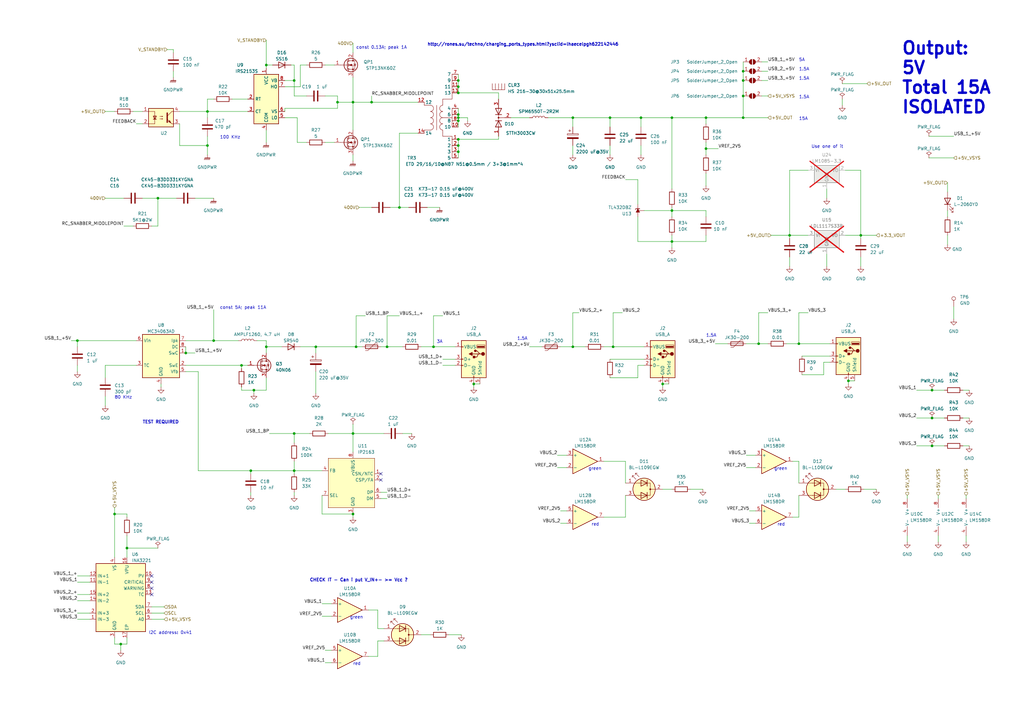
<source format=kicad_sch>
(kicad_sch (version 20230121) (generator eeschema)
  (paper "A3")
  (junction (at 187.96 35.56))
  (junction (at 64.77 81.28))
  (junction (at 144.78 41.91))
  (junction (at 49.53 264.16))
  (junction (at 187.96 59.69))
  (junction (at 158.75 142.24))
  (junction (at 99.06 149.86))
  (junction (at 234.95 48.26))
  (junction (at 304.8 33.02))
  (junction (at 120.65 33.02))
  (junction (at 76.2 144.78))
  (junction (at 85.09 59.69))
  (junction (at 327.66 140.97))
  (junction (at 382.27 160.02))
  (junction (at 120.65 193.04))
  (junction (at 104.14 160.02))
  (junction (at 187.96 62.23))
  (junction (at 187.96 48.26))
  (junction (at 152.4 41.91))
  (junction (at 46.99 210.82))
  (junction (at 194.31 157.48))
  (junction (at 262.89 48.26))
  (junction (at 382.27 171.45))
  (junction (at 353.06 96.52))
  (junction (at 109.22 142.24))
  (junction (at 234.95 142.24))
  (junction (at 275.59 86.36))
  (junction (at 52.07 224.79))
  (junction (at 275.59 48.26))
  (junction (at 304.8 29.21))
  (junction (at 31.75 139.7))
  (junction (at 382.27 182.88))
  (junction (at 102.87 193.04))
  (junction (at 251.46 142.24))
  (junction (at 347.98 156.21))
  (junction (at 323.85 96.52))
  (junction (at 87.63 139.7))
  (junction (at 85.09 45.72))
  (junction (at 187.96 49.53))
  (junction (at 129.54 142.24))
  (junction (at 275.59 99.06))
  (junction (at 289.56 48.26))
  (junction (at 138.43 41.91))
  (junction (at 109.22 26.67))
  (junction (at 289.56 60.96))
  (junction (at 304.8 39.37))
  (junction (at 250.19 48.26))
  (junction (at 304.8 48.26))
  (junction (at 187.96 46.99))
  (junction (at 146.05 142.24))
  (junction (at 271.78 157.48))
  (junction (at 120.65 177.8))
  (junction (at 311.15 140.97))
  (junction (at 163.83 85.09))
  (junction (at 187.96 38.1))
  (junction (at 187.96 57.15))
  (junction (at 144.78 210.82))
  (junction (at 144.78 177.8))
  (junction (at 187.96 33.02))
  (junction (at 177.8 142.24))
  (no_connect (at 62.23 243.84))
  (no_connect (at 156.21 194.31))
  (no_connect (at 62.23 236.22))
  (no_connect (at 156.21 196.85))
  (no_connect (at 62.23 241.3))
  (no_connect (at 62.23 238.76))
  (wire (pts (xy 264.16 86.36) (xy 275.59 86.36)))
  (wire (pts (xy 312.42 39.37) (xy 314.96 39.37)))
  (wire (pts (xy 289.56 88.9) (xy 289.56 86.36)))
  (wire (pts (xy 31.75 139.7) (xy 55.88 139.7)))
  (wire (pts (xy 275.59 86.36) (xy 275.59 88.9)))
  (wire (pts (xy 120.65 33.02) (xy 116.84 33.02)))
  (wire (pts (xy 331.47 128.27) (xy 327.66 128.27)))
  (wire (pts (xy 99.06 151.13) (xy 99.06 149.86)))
  (wire (pts (xy 187.96 48.26) (xy 187.96 49.53)))
  (wire (pts (xy 306.07 191.77) (xy 309.88 191.77)))
  (wire (pts (xy 58.42 45.72) (xy 54.61 45.72)))
  (wire (pts (xy 123.19 26.67) (xy 125.73 26.67)))
  (wire (pts (xy 251.46 142.24) (xy 264.16 142.24)))
  (wire (pts (xy 375.92 171.45) (xy 382.27 171.45)))
  (wire (pts (xy 144.78 177.8) (xy 144.78 185.42)))
  (wire (pts (xy 345.44 40.64) (xy 345.44 43.18)))
  (wire (pts (xy 152.4 39.37) (xy 152.4 41.91)))
  (wire (pts (xy 144.78 17.78) (xy 144.78 21.59)))
  (wire (pts (xy 204.47 38.1) (xy 204.47 40.64)))
  (wire (pts (xy 109.22 16.51) (xy 109.22 26.67)))
  (wire (pts (xy 154.94 262.89) (xy 154.94 269.24)))
  (wire (pts (xy 158.75 129.54) (xy 158.75 142.24)))
  (wire (pts (xy 234.95 142.24) (xy 240.03 142.24)))
  (wire (pts (xy 262.89 48.26) (xy 275.59 48.26)))
  (wire (pts (xy 234.95 48.26) (xy 250.19 48.26)))
  (wire (pts (xy 262.89 59.69) (xy 262.89 63.5)))
  (wire (pts (xy 372.11 203.2) (xy 372.11 204.47)))
  (wire (pts (xy 105.41 139.7) (xy 109.22 139.7)))
  (wire (pts (xy 304.8 25.4) (xy 304.8 29.21)))
  (wire (pts (xy 109.22 154.94) (xy 109.22 160.02)))
  (wire (pts (xy 64.77 92.71) (xy 62.23 92.71)))
  (wire (pts (xy 85.09 45.72) (xy 101.6 45.72)))
  (wire (pts (xy 80.01 81.28) (xy 87.63 81.28)))
  (wire (pts (xy 187.96 59.69) (xy 187.96 62.23)))
  (wire (pts (xy 121.92 58.42) (xy 121.92 48.26)))
  (wire (pts (xy 76.2 139.7) (xy 87.63 139.7)))
  (wire (pts (xy 31.75 236.22) (xy 36.83 236.22)))
  (wire (pts (xy 388.62 96.52) (xy 388.62 100.33)))
  (wire (pts (xy 120.65 193.04) (xy 132.08 193.04)))
  (wire (pts (xy 110.49 177.8) (xy 120.65 177.8)))
  (wire (pts (xy 156.21 142.24) (xy 158.75 142.24)))
  (wire (pts (xy 283.21 200.66) (xy 288.29 200.66)))
  (wire (pts (xy 102.87 201.93) (xy 102.87 203.2)))
  (wire (pts (xy 275.59 99.06) (xy 275.59 101.6)))
  (wire (pts (xy 120.65 177.8) (xy 127 177.8)))
  (wire (pts (xy 187.96 57.15) (xy 204.47 57.15)))
  (wire (pts (xy 381 64.77) (xy 391.16 64.77)))
  (wire (pts (xy 134.62 177.8) (xy 144.78 177.8)))
  (wire (pts (xy 391.16 125.73) (xy 391.16 130.81)))
  (wire (pts (xy 144.78 63.5) (xy 144.78 66.04)))
  (wire (pts (xy 43.18 162.56) (xy 43.18 166.37)))
  (wire (pts (xy 154.94 250.19) (xy 154.94 257.81)))
  (wire (pts (xy 384.81 203.2) (xy 384.81 204.47)))
  (wire (pts (xy 289.56 86.36) (xy 275.59 86.36)))
  (wire (pts (xy 250.19 59.69) (xy 250.19 63.5)))
  (wire (pts (xy 144.78 210.82) (xy 144.78 212.09)))
  (wire (pts (xy 304.8 29.21) (xy 304.8 33.02)))
  (wire (pts (xy 132.08 252.73) (xy 135.89 252.73)))
  (wire (pts (xy 52.07 224.79) (xy 64.77 224.79)))
  (wire (pts (xy 163.83 129.54) (xy 158.75 129.54)))
  (wire (pts (xy 120.65 26.67) (xy 120.65 33.02)))
  (wire (pts (xy 323.85 96.52) (xy 331.47 96.52)))
  (wire (pts (xy 46.99 261.62) (xy 46.99 264.16)))
  (wire (pts (xy 144.78 177.8) (xy 157.48 177.8)))
  (wire (pts (xy 275.59 86.36) (xy 275.59 85.09)))
  (wire (pts (xy 224.79 48.26) (xy 234.95 48.26)))
  (wire (pts (xy 58.42 81.28) (xy 64.77 81.28)))
  (wire (pts (xy 102.87 193.04) (xy 120.65 193.04)))
  (wire (pts (xy 187.96 57.15) (xy 187.96 59.69)))
  (wire (pts (xy 99.06 149.86) (xy 101.6 149.86)))
  (wire (pts (xy 31.75 251.46) (xy 36.83 251.46)))
  (wire (pts (xy 337.82 148.59) (xy 337.82 153.67)))
  (wire (pts (xy 46.99 210.82) (xy 46.99 228.6)))
  (wire (pts (xy 151.13 269.24) (xy 154.94 269.24)))
  (wire (pts (xy 160.02 85.09) (xy 163.83 85.09)))
  (wire (pts (xy 109.22 142.24) (xy 115.57 142.24)))
  (wire (pts (xy 120.65 177.8) (xy 120.65 181.61)))
  (wire (pts (xy 237.49 128.27) (xy 234.95 128.27)))
  (wire (pts (xy 156.21 204.47) (xy 158.75 204.47)))
  (wire (pts (xy 234.95 52.07) (xy 234.95 48.26)))
  (wire (pts (xy 187.96 44.45) (xy 187.96 46.99)))
  (wire (pts (xy 289.56 71.12) (xy 289.56 76.2)))
  (wire (pts (xy 154.94 257.81) (xy 157.48 257.81)))
  (wire (pts (xy 255.27 128.27) (xy 251.46 128.27)))
  (wire (pts (xy 323.85 69.85) (xy 323.85 96.52)))
  (wire (pts (xy 149.86 129.54) (xy 146.05 129.54)))
  (wire (pts (xy 52.07 210.82) (xy 52.07 212.09)))
  (wire (pts (xy 316.23 96.52) (xy 323.85 96.52)))
  (wire (pts (xy 187.96 38.1) (xy 204.47 38.1)))
  (wire (pts (xy 327.66 128.27) (xy 327.66 140.97)))
  (wire (pts (xy 66.04 157.48) (xy 66.04 158.75)))
  (wire (pts (xy 228.6 191.77) (xy 232.41 191.77)))
  (wire (pts (xy 46.99 45.72) (xy 43.18 45.72)))
  (wire (pts (xy 187.96 62.23) (xy 187.96 64.77)))
  (wire (pts (xy 289.56 99.06) (xy 275.59 99.06)))
  (wire (pts (xy 95.25 40.64) (xy 101.6 40.64)))
  (wire (pts (xy 187.96 49.53) (xy 187.96 52.07)))
  (wire (pts (xy 120.65 201.93) (xy 120.65 203.2)))
  (wire (pts (xy 87.63 139.7) (xy 97.79 139.7)))
  (wire (pts (xy 323.85 96.52) (xy 323.85 97.79)))
  (wire (pts (xy 339.09 104.14) (xy 339.09 109.22)))
  (wire (pts (xy 312.42 25.4) (xy 314.96 25.4)))
  (wire (pts (xy 172.72 260.35) (xy 176.53 260.35)))
  (wire (pts (xy 31.75 246.38) (xy 36.83 246.38)))
  (wire (pts (xy 172.72 142.24) (xy 177.8 142.24)))
  (wire (pts (xy 144.78 31.75) (xy 144.78 41.91)))
  (wire (pts (xy 132.08 203.2) (xy 132.08 210.82)))
  (wire (pts (xy 275.59 96.52) (xy 275.59 99.06)))
  (wire (pts (xy 154.94 262.89) (xy 157.48 262.89)))
  (wire (pts (xy 71.12 29.21) (xy 71.12 31.75)))
  (wire (pts (xy 85.09 40.64) (xy 85.09 45.72)))
  (wire (pts (xy 31.75 149.86) (xy 31.75 152.4)))
  (wire (pts (xy 156.21 201.93) (xy 158.75 201.93)))
  (wire (pts (xy 144.78 41.91) (xy 144.78 53.34)))
  (wire (pts (xy 187.96 30.48) (xy 187.96 33.02)))
  (wire (pts (xy 396.24 219.71) (xy 396.24 222.25)))
  (wire (pts (xy 396.24 203.2) (xy 396.24 204.47)))
  (wire (pts (xy 132.08 210.82) (xy 144.78 210.82)))
  (wire (pts (xy 353.06 96.52) (xy 353.06 97.79)))
  (wire (pts (xy 76.2 144.78) (xy 80.01 144.78)))
  (wire (pts (xy 250.19 52.07) (xy 250.19 48.26)))
  (wire (pts (xy 327.66 212.09) (xy 327.66 203.2)))
  (wire (pts (xy 71.12 20.32) (xy 71.12 21.59)))
  (wire (pts (xy 73.66 50.8) (xy 73.66 59.69)))
  (wire (pts (xy 177.8 129.54) (xy 177.8 142.24)))
  (wire (pts (xy 345.44 34.29) (xy 355.6 34.29)))
  (wire (pts (xy 353.06 96.52) (xy 359.41 96.52)))
  (wire (pts (xy 394.97 171.45) (xy 397.51 171.45)))
  (wire (pts (xy 81.28 193.04) (xy 102.87 193.04)))
  (wire (pts (xy 50.8 92.71) (xy 54.61 92.71)))
  (wire (pts (xy 144.78 173.99) (xy 144.78 177.8)))
  (wire (pts (xy 31.75 243.84) (xy 36.83 243.84)))
  (wire (pts (xy 31.75 238.76) (xy 36.83 238.76)))
  (wire (pts (xy 384.81 219.71) (xy 384.81 222.25)))
  (wire (pts (xy 234.95 142.24) (xy 234.95 128.27)))
  (wire (pts (xy 314.96 128.27) (xy 311.15 128.27)))
  (wire (pts (xy 306.07 186.69) (xy 309.88 186.69)))
  (wire (pts (xy 133.35 266.7) (xy 135.89 266.7)))
  (wire (pts (xy 109.22 26.67) (xy 109.22 27.94)))
  (wire (pts (xy 382.27 160.02) (xy 387.35 160.02)))
  (wire (pts (xy 322.58 140.97) (xy 327.66 140.97)))
  (wire (pts (xy 181.61 129.54) (xy 177.8 129.54)))
  (wire (pts (xy 250.19 147.32) (xy 264.16 147.32)))
  (wire (pts (xy 147.32 85.09) (xy 152.4 85.09)))
  (wire (pts (xy 251.46 128.27) (xy 251.46 142.24)))
  (wire (pts (xy 331.47 69.85) (xy 323.85 69.85)))
  (wire (pts (xy 29.21 139.7) (xy 31.75 139.7)))
  (wire (pts (xy 346.71 69.85) (xy 353.06 69.85)))
  (wire (pts (xy 62.23 251.46) (xy 67.31 251.46)))
  (wire (pts (xy 353.06 69.85) (xy 353.06 96.52)))
  (wire (pts (xy 327.66 140.97) (xy 340.36 140.97)))
  (wire (pts (xy 256.54 189.23) (xy 256.54 198.12)))
  (wire (pts (xy 58.42 50.8) (xy 55.88 50.8)))
  (wire (pts (xy 261.62 154.94) (xy 250.19 154.94)))
  (wire (pts (xy 304.8 48.26) (xy 314.96 48.26)))
  (wire (pts (xy 64.77 81.28) (xy 64.77 92.71)))
  (wire (pts (xy 256.54 73.66) (xy 261.62 73.66)))
  (wire (pts (xy 375.92 160.02) (xy 382.27 160.02)))
  (wire (pts (xy 229.87 142.24) (xy 234.95 142.24)))
  (wire (pts (xy 144.78 41.91) (xy 152.4 41.91)))
  (wire (pts (xy 325.12 212.09) (xy 327.66 212.09)))
  (wire (pts (xy 133.35 271.78) (xy 135.89 271.78)))
  (wire (pts (xy 311.15 128.27) (xy 311.15 140.97)))
  (wire (pts (xy 175.26 85.09) (xy 180.34 85.09)))
  (wire (pts (xy 181.61 149.86) (xy 186.69 149.86)))
  (wire (pts (xy 120.65 193.04) (xy 120.65 194.31)))
  (wire (pts (xy 347.98 156.21) (xy 350.52 156.21)))
  (wire (pts (xy 194.31 157.48) (xy 196.85 157.48)))
  (wire (pts (xy 394.97 160.02) (xy 397.51 160.02)))
  (wire (pts (xy 247.65 189.23) (xy 256.54 189.23)))
  (wire (pts (xy 307.34 209.55) (xy 309.88 209.55)))
  (wire (pts (xy 85.09 55.88) (xy 85.09 59.69)))
  (wire (pts (xy 275.59 48.26) (xy 289.56 48.26)))
  (wire (pts (xy 271.78 157.48) (xy 271.78 158.75)))
  (wire (pts (xy 76.2 142.24) (xy 76.2 144.78)))
  (wire (pts (xy 229.87 209.55) (xy 232.41 209.55)))
  (wire (pts (xy 121.92 48.26) (xy 116.84 48.26)))
  (wire (pts (xy 31.75 254) (xy 36.83 254)))
  (wire (pts (xy 31.75 139.7) (xy 31.75 142.24)))
  (wire (pts (xy 52.07 219.71) (xy 52.07 224.79)))
  (wire (pts (xy 99.06 160.02) (xy 104.14 160.02)))
  (wire (pts (xy 312.42 33.02) (xy 314.96 33.02)))
  (wire (pts (xy 73.66 59.69) (xy 85.09 59.69)))
  (wire (pts (xy 133.35 39.37) (xy 138.43 39.37)))
  (wire (pts (xy 171.45 54.61) (xy 163.83 54.61)))
  (wire (pts (xy 209.55 48.26) (xy 217.17 48.26)))
  (wire (pts (xy 133.35 58.42) (xy 137.16 58.42)))
  (wire (pts (xy 165.1 177.8) (xy 168.91 177.8)))
  (wire (pts (xy 62.23 248.92) (xy 67.31 248.92)))
  (wire (pts (xy 64.77 81.28) (xy 72.39 81.28)))
  (wire (pts (xy 194.31 157.48) (xy 194.31 158.75)))
  (wire (pts (xy 275.59 48.26) (xy 275.59 77.47)))
  (wire (pts (xy 104.14 160.02) (xy 109.22 160.02)))
  (wire (pts (xy 68.58 20.32) (xy 71.12 20.32)))
  (wire (pts (xy 73.66 45.72) (xy 85.09 45.72)))
  (wire (pts (xy 234.95 59.69) (xy 234.95 63.5)))
  (wire (pts (xy 328.93 146.05) (xy 340.36 146.05)))
  (wire (pts (xy 388.62 86.36) (xy 388.62 88.9)))
  (wire (pts (xy 337.82 153.67) (xy 328.93 153.67)))
  (wire (pts (xy 104.14 160.02) (xy 104.14 161.29)))
  (wire (pts (xy 394.97 182.88) (xy 397.51 182.88)))
  (wire (pts (xy 262.89 52.07) (xy 262.89 48.26)))
  (wire (pts (xy 381 55.88) (xy 391.16 55.88)))
  (wire (pts (xy 87.63 40.64) (xy 85.09 40.64)))
  (wire (pts (xy 271.78 200.66) (xy 275.59 200.66)))
  (wire (pts (xy 120.65 189.23) (xy 120.65 193.04)))
  (wire (pts (xy 228.6 186.69) (xy 232.41 186.69)))
  (wire (pts (xy 304.8 39.37) (xy 304.8 48.26)))
  (wire (pts (xy 138.43 41.91) (xy 138.43 44.45)))
  (wire (pts (xy 46.99 208.28) (xy 46.99 210.82)))
  (wire (pts (xy 177.8 142.24) (xy 186.69 142.24)))
  (wire (pts (xy 43.18 149.86) (xy 55.88 149.86)))
  (wire (pts (xy 138.43 39.37) (xy 138.43 41.91)))
  (wire (pts (xy 181.61 147.32) (xy 186.69 147.32)))
  (wire (pts (xy 307.34 214.63) (xy 309.88 214.63)))
  (wire (pts (xy 247.65 212.09) (xy 256.54 212.09)))
  (wire (pts (xy 163.83 85.09) (xy 167.64 85.09)))
  (wire (pts (xy 109.22 53.34) (xy 109.22 58.42)))
  (wire (pts (xy 62.23 254) (xy 67.31 254)))
  (wire (pts (xy 261.62 149.86) (xy 261.62 154.94)))
  (wire (pts (xy 339.09 77.47) (xy 339.09 81.28)))
  (wire (pts (xy 125.73 39.37) (xy 120.65 39.37)))
  (wire (pts (xy 289.56 48.26) (xy 289.56 50.8)))
  (wire (pts (xy 120.65 39.37) (xy 120.65 33.02)))
  (wire (pts (xy 261.62 73.66) (xy 261.62 83.82)))
  (wire (pts (xy 109.22 142.24) (xy 109.22 144.78)))
  (wire (pts (xy 184.15 260.35) (xy 189.23 260.35)))
  (wire (pts (xy 372.11 219.71) (xy 372.11 222.25)))
  (wire (pts (xy 146.05 142.24) (xy 148.59 142.24)))
  (wire (pts (xy 256.54 212.09) (xy 256.54 203.2)))
  (wire (pts (xy 261.62 99.06) (xy 275.59 99.06)))
  (wire (pts (xy 109.22 26.67) (xy 111.76 26.67)))
  (wire (pts (xy 109.22 139.7) (xy 109.22 142.24)))
  (wire (pts (xy 347.98 156.21) (xy 347.98 157.48)))
  (wire (pts (xy 289.56 60.96) (xy 289.56 63.5)))
  (wire (pts (xy 306.07 140.97) (xy 311.15 140.97)))
  (wire (pts (xy 152.4 41.91) (xy 171.45 41.91)))
  (wire (pts (xy 354.33 200.66) (xy 359.41 200.66)))
  (wire (pts (xy 132.08 247.65) (xy 135.89 247.65)))
  (wire (pts (xy 146.05 129.54) (xy 146.05 142.24)))
  (wire (pts (xy 85.09 48.26) (xy 85.09 45.72)))
  (wire (pts (xy 187.96 35.56) (xy 187.96 38.1)))
  (wire (pts (xy 261.62 99.06) (xy 261.62 88.9)))
  (wire (pts (xy 151.13 250.19) (xy 154.94 250.19)))
  (wire (pts (xy 289.56 48.26) (xy 304.8 48.26)))
  (wire (pts (xy 289.56 60.96) (xy 294.64 60.96)))
  (wire (pts (xy 129.54 142.24) (xy 146.05 142.24)))
  (wire (pts (xy 163.83 54.61) (xy 163.83 85.09)))
  (wire (pts (xy 388.62 74.93) (xy 388.62 78.74)))
  (wire (pts (xy 204.47 57.15) (xy 204.47 55.88)))
  (wire (pts (xy 187.96 46.99) (xy 187.96 48.26)))
  (wire (pts (xy 382.27 171.45) (xy 387.35 171.45)))
  (wire (pts (xy 43.18 154.94) (xy 43.18 149.86)))
  (wire (pts (xy 353.06 105.41) (xy 353.06 109.22)))
  (wire (pts (xy 133.35 26.67) (xy 137.16 26.67)))
  (wire (pts (xy 138.43 41.91) (xy 144.78 41.91)))
  (wire (pts (xy 49.53 264.16) (xy 52.07 264.16)))
  (wire (pts (xy 312.42 29.21) (xy 314.96 29.21)))
  (wire (pts (xy 229.87 214.63) (xy 232.41 214.63)))
  (wire (pts (xy 323.85 105.41) (xy 323.85 109.22)))
  (wire (pts (xy 311.15 140.97) (xy 314.96 140.97)))
  (wire (pts (xy 76.2 149.86) (xy 99.06 149.86)))
  (wire (pts (xy 187.96 48.26) (xy 191.77 48.26)))
  (wire (pts (xy 247.65 142.24) (xy 251.46 142.24)))
  (wire (pts (xy 346.71 96.52) (xy 353.06 96.52)))
  (wire (pts (xy 49.53 266.7) (xy 49.53 264.16)))
  (wire (pts (xy 289.56 96.52) (xy 289.56 99.06)))
  (wire (pts (xy 123.19 26.67) (xy 123.19 35.56)))
  (wire (pts (xy 375.92 182.88) (xy 382.27 182.88)))
  (wire (pts (xy 43.18 81.28) (xy 50.8 81.28)))
  (wire (pts (xy 382.27 182.88) (xy 387.35 182.88)))
  (wire (pts (xy 129.54 152.4) (xy 129.54 161.29)))
  (wire (pts (xy 85.09 59.69) (xy 85.09 63.5)))
  (wire (pts (xy 337.82 148.59) (xy 340.36 148.59)))
  (wire (pts (xy 271.78 157.48) (xy 274.32 157.48)))
  (wire (pts (xy 250.19 48.26) (xy 262.89 48.26)))
  (wire (pts (xy 119.38 26.67) (xy 120.65 26.67)))
  (wire (pts (xy 52.07 224.79) (xy 52.07 228.6)))
  (wire (pts (xy 261.62 149.86) (xy 264.16 149.86)))
  (wire (pts (xy 217.17 142.24) (xy 222.25 142.24)))
  (wire (pts (xy 116.84 45.72) (xy 116.84 44.45)))
  (wire (pts (xy 116.84 44.45) (xy 138.43 44.45)))
  (wire (pts (xy 81.28 152.4) (xy 76.2 152.4)))
  (wire (pts (xy 304.8 33.02) (xy 304.8 39.37)))
  (wire (pts (xy 129.54 142.24) (xy 129.54 144.78)))
  (wire (pts (xy 123.19 35.56) (xy 116.84 35.56)))
  (wire (pts (xy 289.56 58.42) (xy 289.56 60.96)))
  (wire (pts (xy 187.96 33.02) (xy 187.96 35.56)))
  (wire (pts (xy 327.66 189.23) (xy 327.66 198.12)))
  (wire (pts (xy 158.75 142.24) (xy 165.1 142.24)))
  (wire (pts (xy 293.37 140.97) (xy 298.45 140.97)))
  (wire (pts (xy 102.87 193.04) (xy 102.87 194.31)))
  (wire (pts (xy 46.99 264.16) (xy 49.53 264.16)))
  (wire (pts (xy 325.12 189.23) (xy 327.66 189.23)))
  (wire (pts (xy 99.06 158.75) (xy 99.06 160.02)))
  (wire (pts (xy 52.07 264.16) (xy 52.07 261.62)))
  (wire (pts (xy 81.28 152.4) (xy 81.28 193.04)))
  (wire (pts (xy 191.77 49.53) (xy 191.77 48.26)))
  (wire (pts (xy 46.99 210.82) (xy 52.07 210.82)))
  (wire (pts (xy 123.19 142.24) (xy 129.54 142.24)))
  (wire (pts (xy 342.9 200.66) (xy 346.71 200.66)))
  (wire (pts (xy 87.63 127) (xy 87.63 139.7)))
  (wire (pts (xy 121.92 58.42) (xy 125.73 58.42)))
  (text "http://rones.su/techno/charging_ports_types.html?ysclid=lhaecelpgh622142446" (at 175.26 19.05 0) (effects (font (size 1.27 1.27) bold) (justify left bottom)))
  (text "I2C address: 0x41" (at 60.96 260.35 0) (effects (font (size 1.27 1.27)) (justify left bottom)))
  (text "red" (at 144.78 273.05 0) (effects (font (size 1.27 1.27)) (justify left bottom)))
  (text "TEST REQUIRED\n" (at 58.42 173.99 0) (effects (font (size 1.27 1.27) bold) (justify left bottom)))
  (text "green" (at 241.3 193.04 0) (effects (font (size 1.27 1.27)) (justify left bottom)))
  (text "red" (at 242.57 215.9 0) (effects (font (size 1.27 1.27)) (justify left bottom)))
  (text "Output:\n5V\nTotal 15A\nISOLATED\n" (at 369.57 46.99 0) (effects (font (size 5 5) bold) (justify left bottom)))
  (text "80 KHz" (at 46.99 163.83 0) (effects (font (size 1.27 1.27)) (justify left bottom)))
  (text "1.5A" (at 289.56 138.43 0) (effects (font (size 1.27 1.27)) (justify left bottom)))
  (text "Use one of it" (at 332.74 60.96 0) (effects (font (size 1.27 1.27)) (justify left bottom)))
  (text "CHECK IT - Can i put V_IN+- >= Vcc ?" (at 127 238.76 0) (effects (font (size 1.27 1.27) (thickness 0.254) bold) (justify left bottom)))
  (text "red" (at 318.77 215.9 0) (effects (font (size 1.27 1.27)) (justify left bottom)))
  (text "green" (at 317.5 193.04 0) (effects (font (size 1.27 1.27)) (justify left bottom)))
  (text "green" (at 143.51 254 0) (effects (font (size 1.27 1.27)) (justify left bottom)))
  (text "1.5A" (at 212.09 139.7 0) (effects (font (size 1.27 1.27)) (justify left bottom)))
  (text "100 KHz" (at 90.17 57.15 0) (effects (font (size 1.27 1.27)) (justify left bottom)))
  (text "3A" (at 179.07 140.97 0) (effects (font (size 1.27 1.27)) (justify left bottom)))
  (text "15A" (at 327.66 49.53 0) (effects (font (size 1.27 1.27)) (justify left bottom)))
  (text "1.5A" (at 327.66 29.21 0) (effects (font (size 1.27 1.27)) (justify left bottom)))
  (text "1.5A" (at 327.66 40.64 0) (effects (font (size 1.27 1.27)) (justify left bottom)))
  (text "const 5A; peak 11A" (at 90.17 127 0) (effects (font (size 1.27 1.27)) (justify left bottom)))
  (text "5A" (at 327.66 25.4 0) (effects (font (size 1.27 1.27)) (justify left bottom)))
  (text "const 0.13A; peak 1A" (at 146.05 20.32 0) (effects (font (size 1.27 1.27)) (justify left bottom)))
  (text "1.5A" (at 327.66 33.02 0) (effects (font (size 1.27 1.27)) (justify left bottom)))
  (label "USB_1_D-" (at 158.75 204.47 0))
  (label "RC_SNABBER_MIDDLEPOINT" (at 152.4 39.37 0))
  (label "VREF_2V5" (at 229.87 209.55 180))
  (label "VREF_2V5" (at 228.6 191.77 180))
  (label "USB_3_+5V" (at 314.96 33.02 0))
  (label "VBUS_1_+" (at 31.75 236.22 180))
  (label "VBUS_2" (at 228.6 186.69 180))
  (label "VREF_2V5" (at 306.07 191.77 180))
  (label "USB_2_+5V" (at 314.96 29.21 0))
  (label "USB_3_+5V" (at 293.37 140.97 180))
  (label "VBUS_3" (at 375.92 182.88 180))
  (label "VBUS_3_+" (at 314.96 128.27 0))
  (label "VBUS_1" (at 181.61 129.54 0))
  (label "VBUS_2" (at 255.27 128.27 0))
  (label "VBUS_1" (at 31.75 238.76 180))
  (label "USB_1_D+" (at 158.75 201.93 0))
  (label "VBUS_3_+" (at 31.75 251.46 180))
  (label "USB_1_BP" (at 110.49 177.8 180))
  (label "VBUS_3" (at 31.75 254 180))
  (label "VBUS_1_+" (at 163.83 129.54 0))
  (label "USB_1_BP" (at 149.86 129.54 0))
  (label "VBUS_3" (at 306.07 186.69 180))
  (label "VBUS_3" (at 307.34 214.63 180))
  (label "VREF_2V5" (at 294.64 60.96 0))
  (label "FEEDBACK" (at 256.54 73.66 180))
  (label "VBUS_1" (at 375.92 160.02 180))
  (label "VBUS_1" (at 132.08 247.65 180))
  (label "VREF_2V5" (at 133.35 266.7 180))
  (label "VBUS_3" (at 331.47 128.27 0))
  (label "USB_1_D+" (at 181.61 147.32 180))
  (label "USB_1_+5V" (at 87.63 127 180))
  (label "VBUS_2" (at 31.75 246.38 180))
  (label "FEEDBACK" (at 55.88 50.8 180))
  (label "VBUS_2_+" (at 237.49 128.27 0))
  (label "VBUS_2" (at 375.92 171.45 180))
  (label "VBUS_2" (at 229.87 214.63 180))
  (label "USB_1_+5V" (at 314.96 25.4 0))
  (label "VREF_2V5" (at 307.34 209.55 180))
  (label "VBUS_2_+" (at 31.75 243.84 180))
  (label "USB_1_+5V" (at 29.21 139.7 180))
  (label "USB_2_+5V" (at 217.17 142.24 180))
  (label "VBUS_1" (at 133.35 271.78 180))
  (label "RC_SNABBER_MIDDLEPOINT" (at 50.8 92.71 180))
  (label "USB_1_D-" (at 181.61 149.86 180))
  (label "USB_1_+5V" (at 391.16 55.88 0))
  (label "VREF_2V5" (at 132.08 252.73 180))
  (label "USB_1_+5V" (at 80.01 144.78 0))
  (hierarchical_label "+5V_OUT" (shape input) (at 43.18 45.72 180))
  (hierarchical_label "SCL" (shape input) (at 67.31 251.46 0))
  (hierarchical_label "+5V_OUT" (shape input) (at 316.23 96.52 180))
  (hierarchical_label "+5V_VSYS" (shape input) (at 396.24 203.2 90))
  (hierarchical_label "+5V_VSYS" (shape input) (at 391.16 64.77 0))
  (hierarchical_label "SDA" (shape input) (at 67.31 248.92 0))
  (hierarchical_label "+5V_VSYS" (shape input) (at 384.81 203.2 90))
  (hierarchical_label "V_STANDBY" (shape input) (at 109.22 16.51 180))
  (hierarchical_label "+5V_VSYS" (shape input) (at 46.99 208.28 90))
  (hierarchical_label "+5V_OUT" (shape input) (at 355.6 34.29 0))
  (hierarchical_label "400V" (shape input) (at 43.18 81.28 180))
  (hierarchical_label "+5V_OUT" (shape input) (at 314.96 48.26 0))
  (hierarchical_label "+5V_VSYS" (shape input) (at 372.11 203.2 90))
  (hierarchical_label "V_STANDBY" (shape input) (at 68.58 20.32 180))
  (hierarchical_label "400V" (shape input) (at 147.32 85.09 180))
  (hierarchical_label "400V" (shape input) (at 144.78 17.78 180))
  (hierarchical_label "+5V_VSYS" (shape input) (at 67.31 254 0))
  (hierarchical_label "+5V_OUT" (shape input) (at 388.62 74.93 180))
  (hierarchical_label "+5V_VSYS" (shape input) (at 314.96 39.37 0))
  (hierarchical_label "+3.3_VOUT" (shape input) (at 359.41 96.52 0))
  (symbol (lib_id "Driver_FET:IR2153") (at 109.22 40.64 0) (unit 1)
    (property "Reference" "U9" (at 97.1041 26.67 0) (effects (justify left)))
    (property "Value" "IRS2153S" (at 96.52 29.21 0) (effects (justify left)))
    (property "Footprint" "Package_SO:SOP-8_3.76x4.96mm_P1.27mm" (effects hide))
    (property "Datasheet" "https://www.infineon.com/dgdl/ir2153.pdf?fileId=5546d462533600a4015355c8c5fc16af" (effects hide))
  )
  (symbol (lib_id "Device:R") (at 289.56 54.61 0) (unit 1)
    (property "Reference" "R36" (at 292.1 53.975 0) (effects (justify left)))
    (property "Value" "10K" (at 292.1 56.515 0) (effects (justify left)))
    (property "Footprint" "Resistor_SMD:R_0805_2012Metric" (effects hide))
  )
  (symbol (lib_id "Jumper:SolderJumper_2_Open") (at 308.61 33.02 0) (unit 1)
    (property "Reference" "JP5" (at 276.86 33.02 0))
    (property "Value" "SolderJumper_2_Open" (at 292.1 33.02 0))
    (property "Footprint" "Jumper:SolderJumper-2_P1.3mm_Open_TrianglePad1.0x1.5mm" (effects hide))
  )
  (symbol (lib_id "Reference_Voltage:TL432DBZ") (at 261.62 86.36 270) (mirror x) (unit 1)
    (property "Reference" "U13" (at 259.08 87.63 90) (effects (justify right)))
    (property "Value" "TL432DBZ" (at 259.08 85.09 90) (effects (justify right)))
    (property "Footprint" "Package_TO_SOT_SMD:SOT-23-3" (effects hide))
    (property "Datasheet" "http://www.ti.com/lit/ds/symlink/tl431.pdf" (effects hide))
    (instances (project "supply" (path "" (reference "U13") (unit 1)) (path "" (reference "U5") (unit 1))))
  )
  (symbol (lib_id "Device:Q_NMOS_GDS") (at 142.24 58.42 0) (unit 1)
    (property "Reference" "QP1" (at 149.86 57.15 0))
    (property "Value" "STP13NK60Z" (at 154.94 59.69 0))
    (property "Footprint" "Package_TO_SOT_THT:TO-220-3_Vertical" (effects hide))
    (property "Datasheet" "https://static.chipdip.ru/lib/905/DOC012905018.pdf" (effects hide))
    (instances (project "supply" (path "" (reference "QP1") (unit 1)) (path "" (reference "Q2") (unit 1)) (path "" (reference "Q5") (unit 1))))
  )
  (symbol (lib_id "Device:C") (at 76.2 81.28 90) (unit 1)
    (property "Reference" "C16" (at 46.99 76.2 90))
    (property "Value" "CK45-B3DD331KYGNA" (at 68.58 76.2 90))
    (property "Footprint" "Capacitor_THT:C_Disc_D7.5mm_W5.0mm_P5.00mm" (effects hide))
  )
  (symbol (lib_id "power:GND") (at 323.85 109.22 0) (unit 1)
    (property "Reference" "#PWR028" (effects hide))
    (property "Value" "GND" (at 323.85 114.3 0))
  )
  (symbol (lib_id "Connector:USB_A") (at 271.78 147.32 0) (mirror y) (unit 1)
    (property "Reference" "J2" (at 271.78 134.62 0))
    (property "Value" "USB_A" (at 271.78 137.16 0))
    (property "Footprint" "Library:USB_A" (effects hide))
    (property "Datasheet" " ~" (effects hide))
    (instances (project "xray" (path "" (reference "J2") (unit 1))) (project "supply" (path "" (reference "J7") (unit 1))))
  )
  (symbol (lib_id "Regulator_Linear:AMS1117-3.3") (at 339.09 96.52 0) (unit 1) (in_bom no) (dnp yes)
    (property "Reference" "U15" (at 339.09 90.17 0))
    (property "Value" "LDL1117S33R" (at 339.09 92.71 0))
    (property "Footprint" "Package_TO_SOT_SMD:SOT-223-3_TabPin2" (effects hide))
    (property "Datasheet" "http://www.advanced-monolithic.com/pdf/ds1117.pdf" (effects hide))
  )
  (symbol (lib_id "Device:C") (at 323.85 101.6 180) (unit 1)
    (property "Reference" "C28" (at 327.66 100.965 0) (effects (justify right)))
    (property "Value" "22 uF" (at 327.66 103.505 0) (effects (justify right)))
    (property "Footprint" "Capacitor_SMD:C_1210_3225Metric" (effects hide))
  )
  (symbol (lib_id "Device:R") (at 318.77 140.97 270) (unit 1)
    (property "Reference" "R38" (at 318.77 135.89 90))
    (property "Value" "0.01" (at 318.77 138.43 90))
    (property "Footprint" "Resistor_SMD:R_1206_3216Metric" (effects hide))
  )
  (symbol (lib_id "Device:D") (at 119.38 142.24 180) (unit 1)
    (property "Reference" "D8" (at 119.38 137.16 0))
    (property "Value" "SR540" (at 119.38 139.7 0))
    (property "Footprint" "Diode_THT:D_DO-201AD_P3.81mm_Vertical_AnodeUp" (effects hide))
    (property "Sim.Device" "D" (effects hide))
    (property "Sim.Pins" "1=K 2=A" (effects hide))
  )
  (symbol (lib_id "power:GND") (at 102.87 203.2 0) (unit 1)
    (property "Reference" "#PWR09" (effects hide))
    (property "Value" "GND" (at 102.87 208.28 0))
  )
  (symbol (lib_id "power:GND") (at 397.51 160.02 0) (unit 1)
    (property "Reference" "#PWR039" (effects hide))
    (property "Value" "GND" (at 397.51 165.1 0))
  )
  (symbol (lib_id "Device:C") (at 85.09 52.07 0) (unit 1)
    (property "Reference" "C17" (at 90.17 49.53 0))
    (property "Value" "470 pF" (at 91.44 52.07 0))
    (property "Footprint" "Capacitor_SMD:C_0603_1608Metric" (effects hide))
  )
  (symbol (lib_id "Device:R") (at 289.56 67.31 0) (unit 1)
    (property "Reference" "R37" (at 292.1 66.675 0) (effects (justify left)))
    (property "Value" "10K" (at 292.1 69.215 0) (effects (justify left)))
    (property "Footprint" "Resistor_SMD:R_0805_2012Metric" (effects hide))
  )
  (symbol (lib_id "Device:R") (at 129.54 58.42 90) (unit 1)
    (property "Reference" "R27" (at 129.54 53.34 90))
    (property "Value" "5" (at 129.54 55.88 90))
    (property "Footprint" "Resistor_SMD:R_0805_2012Metric" (effects hide))
  )
  (symbol (lib_id "Jumper:SolderJumper_2_Open") (at 308.61 29.21 0) (unit 1)
    (property "Reference" "JP4" (at 276.86 29.21 0))
    (property "Value" "SolderJumper_2_Open" (at 292.1 29.21 0))
    (property "Footprint" "Jumper:SolderJumper-2_P1.3mm_Open_TrianglePad1.0x1.5mm" (effects hide))
  )
  (symbol (lib_id "Power_Management:INA3221") (at 49.53 246.38 0) (unit 1)
    (property "Reference" "U6" (at 54.0259 227.33 0) (effects (justify left)))
    (property "Value" "INA3221" (at 54.0259 229.87 0) (effects (justify left)))
    (property "Footprint" "Package_DFN_QFN:Texas_RGV_S-PVQFN-N16_EP2.1x2.1mm" (effects hide))
    (property "Datasheet" "http://www.ti.com/lit/ds/symlink/ina3221.pdf" (effects hide))
  )
  (symbol (lib_id "power:GNDPWR") (at 144.78 66.04 0) (unit 1)
    (property "Reference" "#PWR02" (effects hide))
    (property "Value" "GNDPWR" (at 144.653 71.12 0))
    (instances (project "supply" (path "" (reference "#PWR02") (unit 1)) (path "" (reference "#PWR04") (unit 1)) (path "" (reference "#PWR014") (unit 1)) (path "" (reference "#PWR014") (unit 1))))
  )
  (symbol (lib_id "Device:R") (at 58.42 92.71 90) (unit 1)
    (property "Reference" "R21" (at 58.42 87.63 90))
    (property "Value" "5K1@2W" (at 58.42 90.17 90))
    (property "Footprint" "Resistor_THT:R_Axial_DIN0617_L17.0mm_D6.0mm_P5.08mm_Vertical" (effects hide))
  )
  (symbol (lib_id "power:GND") (at 194.31 158.75 0) (unit 1)
    (property "Reference" "#PWR020" (effects hide))
    (property "Value" "GND" (at 194.31 163.83 0))
  )
  (symbol (lib_id "power:GND") (at 262.89 63.5 0) (unit 1)
    (property "Reference" "#PWR023" (effects hide))
    (property "Value" "GND" (at 262.89 68.58 0))
  )
  (symbol (lib_id "Device:Q_NMOS_GDS") (at 106.68 149.86 0) (unit 1)
    (property "Reference" "Q3" (at 113.03 149.225 0) (effects (justify left)))
    (property "Value" "40N06" (at 113.03 151.765 0) (effects (justify left)))
    (property "Footprint" "Package_TO_SOT_SMD:TO-252-2" (effects hide))
    (property "Datasheet" "https://static.chipdip.ru/lib/039/DOC013039442.pdf" (effects hide))
  )
  (symbol (lib_id "Device:R") (at 168.91 142.24 270) (unit 1)
    (property "Reference" "R29" (at 168.91 137.16 90))
    (property "Value" "0.01" (at 168.91 139.7 90))
    (property "Footprint" "Resistor_SMD:R_1206_3216Metric" (effects hide))
  )
  (symbol (lib_id "Isolator:EL817") (at 66.04 48.26 0) (unit 1)
    (property "Reference" "U2" (at 68.58 54.61 0) (effects (justify right)))
    (property "Value" "EL817" (effects hide))
    (property "Footprint" "Package_DIP:DIP-4_W7.62mm" (effects hide))
    (property "Datasheet" "http://www.everlight.com/file/ProductFile/EL817.pdf" (effects hide))
    (instances (project "supply" (path "" (reference "U2") (unit 1)) (path "" (reference "U7") (unit 1))))
  )
  (symbol (lib_id "power:GND") (at 271.78 158.75 0) (unit 1)
    (property "Reference" "#PWR024" (effects hide))
    (property "Value" "GND" (at 271.78 163.83 0))
  )
  (symbol (lib_id "Device:Q_NMOS_GDS") (at 142.24 26.67 0) (unit 1)
    (property "Reference" "QP1" (at 151.13 25.4 0))
    (property "Value" "STP13NK60Z" (at 156.21 27.94 0))
    (property "Footprint" "Package_TO_SOT_THT:TO-220-3_Vertical" (effects hide))
    (property "Datasheet" "https://static.chipdip.ru/lib/905/DOC012905018.pdf" (effects hide))
    (instances (project "supply" (path "" (reference "QP1") (unit 1)) (path "" (reference "Q2") (unit 1)) (path "" (reference "Q4") (unit 1))))
  )
  (symbol (lib_id "Device:R") (at 391.16 182.88 90) (unit 1)
    (property "Reference" "R44" (at 391.16 176.53 90))
    (property "Value" "10K" (at 391.16 179.07 90))
    (property "Footprint" "Resistor_SMD:R_0805_2012Metric" (effects hide))
  )
  (symbol (lib_id "Device:Polyfuse") (at 152.4 142.24 90) (unit 1)
    (property "Reference" "F2" (at 152.4 137.16 90))
    (property "Value" "JK30-300" (at 152.4 139.7 90))
    (property "Footprint" "Capacitor_THT:C_Disc_D11.0mm_W5.0mm_P5.00mm" (effects hide))
  )
  (symbol (lib_id "Device:R") (at 391.16 160.02 90) (unit 1)
    (property "Reference" "R42" (at 391.16 153.67 90))
    (property "Value" "10K" (at 391.16 156.21 90))
    (property "Footprint" "Resistor_SMD:R_0805_2012Metric" (effects hide))
  )
  (symbol (lib_id "power:GND") (at 189.23 260.35 0) (unit 1)
    (property "Reference" "#PWR018" (effects hide))
    (property "Value" "GND" (at 189.23 265.43 0))
  )
  (symbol (lib_id "Connector:USB_A") (at 347.98 146.05 0) (mirror y) (unit 1)
    (property "Reference" "J2" (at 347.98 133.35 0))
    (property "Value" "USB_A" (at 347.98 135.89 0))
    (property "Footprint" "Library:USB_A" (effects hide))
    (property "Datasheet" " ~" (effects hide))
    (instances (project "xray" (path "" (reference "J2") (unit 1))) (project "supply" (path "" (reference "J8") (unit 1))))
  )
  (symbol (lib_id "power:GND") (at 372.11 222.25 0) (unit 1)
    (property "Reference" "#PWR034" (effects hide))
    (property "Value" "GND" (at 372.11 227.33 0))
  )
  (symbol (lib_id "Regulator_Switching:MC34063AD") (at 66.04 144.78 0) (unit 1)
    (property "Reference" "U8" (at 66.04 133.35 0))
    (property "Value" "MC34063AD" (at 66.04 135.89 0))
    (property "Footprint" "Package_SO:SOP-8_3.9x4.9mm_P1.27mm" (effects hide))
    (property "Datasheet" "http://www.onsemi.com/pub_link/Collateral/MC34063A-D.PDF" (effects hide))
  )
  (symbol (lib_id "Device:C") (at 171.45 85.09 270) (unit 1)
    (property "Reference" "C23" (at 167.64 80.01 90))
    (property "Value" "К73-17 0.15 uF@400V" (at 182.88 80.01 90))
    (property "Footprint" "Capacitor_THT:C_Rect_L16.5mm_W7.3mm_P15.00mm_MKT" (effects hide))
  )
  (symbol (lib_id "power:GND") (at 397.51 171.45 0) (unit 1)
    (property "Reference" "#PWR040" (effects hide))
    (property "Value" "GND" (at 397.51 176.53 0))
  )
  (symbol (lib_id "Amplifier_Operational:LM2904") (at 374.65 212.09 0) (unit 3)
    (property "Reference" "U10" (at 373.38 210.82 0) (effects (justify left)))
    (property "Value" "LM158DR" (at 373.38 213.36 0) (effects (justify left)))
    (property "Footprint" "Package_SO:SOP-8_5.28x5.23mm_P1.27mm" (effects hide))
    (property "Datasheet" "http://www.ti.com/lit/ds/symlink/lm358.pdf" (effects hide))
  )
  (symbol (lib_id "Device:D") (at 115.57 26.67 180) (unit 1)
    (property "Reference" "D16" (at 115.57 21.59 0))
    (property "Value" "SS16" (at 115.57 24.13 0))
    (property "Footprint" "Diode_SMD:D_SMA" (effects hide))
    (property "Sim.Device" "D" (effects hide))
    (property "Sim.Pins" "1=K 2=A" (effects hide))
    (instances (project "supply" (path "" (reference "D16") (unit 1)) (path "" (reference "D7") (unit 1))))
  )
  (symbol (lib_id "power:GND") (at 359.41 200.66 0) (unit 1)
    (property "Reference" "#PWR033" (effects hide))
    (property "Value" "GND" (at 359.41 205.74 0))
  )
  (symbol (lib_id "Device:C_Polarized") (at 129.54 148.59 0) (unit 1)
    (property "Reference" "C20" (at 130.81 152.4 0) (effects (justify left)))
    (property "Value" "220 uF@35V" (at 130.81 154.94 0) (effects (justify left)))
    (property "Footprint" "Capacitor_THT:CP_Radial_D8.0mm_P3.50mm" (effects hide))
  )
  (symbol (lib_id "Amplifier_Operational:LM2904") (at 143.51 250.19 0) (unit 1)
    (property "Reference" "U10" (at 143.51 241.3 0))
    (property "Value" "LM158DR" (at 143.51 243.84 0))
    (property "Footprint" "Package_SO:SOP-8_5.28x5.23mm_P1.27mm" (effects hide))
    (property "Datasheet" "http://www.ti.com/lit/ds/symlink/lm358.pdf" (effects hide))
  )
  (symbol (lib_id "power:GND") (at 191.77 49.53 0) (unit 1)
    (property "Reference" "#PWR019" (effects hide))
    (property "Value" "GND" (at 191.77 54.61 0))
  )
  (symbol (lib_id "Device:C") (at 129.54 39.37 270) (unit 1)
    (property "Reference" "C19" (at 125.73 35.56 90))
    (property "Value" "1 uF" (at 132.08 35.56 90))
    (property "Footprint" "Capacitor_SMD:C_0603_1608Metric" (effects hide))
  )
  (symbol (lib_id "Connector:TestPoint") (at 391.16 125.73 0) (unit 1)
    (property "Reference" "TP6" (at 393.7 121.793 0) (effects (justify left)))
    (property "Value" "GND" (at 393.7 124.333 0) (effects (justify left)))
    (property "Footprint" "TestPoint:TestPoint_Loop_D2.60mm_Drill1.6mm_Beaded" (effects hide))
    (instances (project "supply" (path "" (reference "TP6") (unit 1)) (path "" (reference "TP3") (unit 1))))
  )
  (symbol (lib_id "Device:C") (at 156.21 85.09 270) (unit 1)
    (property "Reference" "C21" (at 167.64 77.47 90))
    (property "Value" "К73-17 0.15 uF@400V" (at 182.88 77.47 90))
    (property "Footprint" "Capacitor_THT:C_Rect_L16.5mm_W7.3mm_P15.00mm_MKT" (effects hide))
  )
  (symbol (lib_id "Amplifier_Operational:LM2904") (at 317.5 212.09 0) (unit 2)
    (property "Reference" "U14" (at 317.5 203.2 0))
    (property "Value" "LM158DR" (at 317.5 205.74 0))
    (property "Footprint" "Package_SO:SOP-8_5.28x5.23mm_P1.27mm" (effects hide))
    (property "Datasheet" "http://www.ti.com/lit/ds/symlink/lm358.pdf" (effects hide))
  )
  (symbol (lib_id "Connector:USB_A") (at 194.31 147.32 0) (mirror y) (unit 1)
    (property "Reference" "J2" (at 194.31 134.62 0))
    (property "Value" "USB_A" (at 194.31 137.16 0))
    (property "Footprint" "Library:USB_A" (effects hide))
    (property "Datasheet" " ~" (effects hide))
    (instances (project "xray" (path "" (reference "J2") (unit 1))) (project "supply" (path "" (reference "J6") (unit 1))))
  )
  (symbol (lib_id "Device:R") (at 243.84 142.24 270) (unit 1)
    (property "Reference" "R31" (at 243.84 137.16 90))
    (property "Value" "0.01" (at 243.84 139.7 90))
    (property "Footprint" "Resistor_SMD:R_1206_3216Metric" (effects hide))
  )
  (symbol (lib_id "Device:C") (at 31.75 146.05 180) (unit 1)
    (property "Reference" "C12" (at 35.56 145.415 0) (effects (justify right)))
    (property "Value" "1 uF" (at 35.56 147.955 0) (effects (justify right)))
    (property "Footprint" "Capacitor_SMD:C_0603_1608Metric" (effects hide))
  )
  (symbol (lib_id "power:GND") (at 144.78 212.09 0) (unit 1)
    (property "Reference" "#PWR015" (effects hide))
    (property "Value" "GND" (at 144.78 217.17 0))
  )
  (symbol (lib_id "Device:R") (at 180.34 260.35 90) (unit 1)
    (property "Reference" "R30" (at 180.34 255.27 90))
    (property "Value" "1K" (at 180.34 257.81 90))
    (property "Footprint" "Resistor_SMD:R_0805_2012Metric" (effects hide))
  )
  (symbol (lib_id "power:GND") (at 250.19 63.5 0) (unit 1)
    (property "Reference" "#PWR022" (effects hide))
    (property "Value" "GND" (at 250.19 68.58 0))
  )
  (symbol (lib_id "Device:Polyfuse") (at 302.26 140.97 90) (unit 1)
    (property "Reference" "F4" (at 302.26 135.89 90))
    (property "Value" "JK30-200" (at 302.26 138.43 90))
    (property "Footprint" "Capacitor_THT:C_Disc_D11.0mm_W5.0mm_P5.00mm" (effects hide))
  )
  (symbol (lib_id "power:GND") (at 43.18 166.37 0) (unit 1)
    (property "Reference" "#PWR03" (effects hide))
    (property "Value" "GND" (at 43.18 171.45 0))
  )
  (symbol (lib_id "power:PWR_FLAG") (at 381 55.88 0) (unit 1)
    (property "Reference" "#FLG012" (effects hide))
    (property "Value" "PWR_FLAG" (at 381 52.07 0))
  )
  (symbol (lib_id "power:GND") (at 49.53 266.7 0) (unit 1)
    (property "Reference" "#PWR04" (effects hide))
    (property "Value" "GND" (at 49.53 271.78 0))
  )
  (symbol (lib_id "Device:Polyfuse") (at 226.06 142.24 90) (unit 1)
    (property "Reference" "F3" (at 226.06 137.16 90))
    (property "Value" "JK30-200" (at 226.06 139.7 90))
    (property "Footprint" "Capacitor_THT:C_Disc_D11.0mm_W5.0mm_P5.00mm" (effects hide))
  )
  (symbol (lib_id "Amplifier_Operational:LM2904") (at 317.5 189.23 0) (unit 1)
    (property "Reference" "U14" (at 317.5 180.34 0))
    (property "Value" "LM158DR" (at 317.5 182.88 0))
    (property "Footprint" "Package_SO:SOP-8_5.28x5.23mm_P1.27mm" (effects hide))
    (property "Datasheet" "http://www.ti.com/lit/ds/symlink/lm358.pdf" (effects hide))
  )
  (symbol (lib_id "power:PWR_FLAG") (at 345.44 40.64 0) (unit 1)
    (property "Reference" "#FLG011" (effects hide))
    (property "Value" "PWR_FLAG" (at 345.44 36.83 0))
  )
  (symbol (lib_id "Device:LED") (at 388.62 82.55 90) (unit 1)
    (property "Reference" "D1" (at 393.7 81.28 90))
    (property "Value" "L-2060YD" (at 396.24 83.82 90))
    (property "Footprint" "LED_THT:LED_D1.8mm_W3.3mm_H2.4mm" (effects hide))
    (instances (project "supply" (path "" (reference "D1") (unit 1)) (path "" (reference "D7") (unit 1)) (path "" (reference "D13") (unit 1))))
  )
  (symbol (lib_id "Device:C") (at 289.56 92.71 180) (unit 1)
    (property "Reference" "C10" (at 297.18 91.44 0) (effects (justify left)))
    (property "Value" "10 nF" (at 298.45 93.98 0) (effects (justify left)))
    (property "Footprint" "Capacitor_SMD:C_0603_1608Metric" (effects hide))
    (instances (project "supply" (path "" (reference "C10") (unit 1)) (path "" (reference "C27") (unit 1))))
  )
  (symbol (lib_id "Device:C") (at 54.61 81.28 90) (unit 1)
    (property "Reference" "C14" (at 46.99 73.66 90))
    (property "Value" "CK45-B3DD331KYGNA" (at 68.58 73.66 90))
    (property "Footprint" "Capacitor_THT:C_Disc_D7.5mm_W5.0mm_P5.00mm" (effects hide))
  )
  (symbol (lib_id "power:PWR_FLAG") (at 382.27 160.02 0) (unit 1)
    (property "Reference" "#FLG014" (effects hide))
    (property "Value" "PWR_FLAG" (at 382.27 156.21 0))
  )
  (symbol (lib_id "power:GNDPWR") (at 87.63 81.28 0) (unit 1)
    (property "Reference" "#PWR02" (effects hide))
    (property "Value" "GNDPWR" (at 87.503 86.36 0))
    (instances (project "supply" (path "" (reference "#PWR02") (unit 1)) (path "" (reference "#PWR04") (unit 1)) (path "" (reference "#PWR027") (unit 1)) (path "" (reference "#PWR08") (unit 1))))
  )
  (symbol (lib_id "power:PWR_FLAG") (at 345.44 34.29 0) (unit 1)
    (property "Reference" "#FLG010" (effects hide))
    (property "Value" "PWR_FLAG" (at 345.44 30.48 0))
  )
  (symbol (lib_id "power:GND") (at 347.98 157.48 0) (unit 1)
    (property "Reference" "#PWR031" (effects hide))
    (property "Value" "GND" (at 347.98 162.56 0))
  )
  (symbol (lib_id "Device:C") (at 102.87 198.12 180) (unit 1)
    (property "Reference" "C18" (at 106.68 197.485 0) (effects (justify right)))
    (property "Value" "10 nF" (at 106.68 200.025 0) (effects (justify right)))
    (property "Footprint" "Capacitor_SMD:C_0603_1608Metric" (effects hide))
  )
  (symbol (lib_id "Device:R") (at 52.07 215.9 0) (unit 1)
    (property "Reference" "R20" (at 54.61 215.265 0) (effects (justify left)))
    (property "Value" "10K" (at 54.61 217.805 0) (effects (justify left)))
    (property "Footprint" "Resistor_SMD:R_0805_2012Metric" (effects hide))
  )
  (symbol (lib_id "power:PWR_FLAG") (at 382.27 182.88 0) (unit 1)
    (property "Reference" "#FLG016" (effects hide))
    (property "Value" "PWR_FLAG" (at 382.27 179.07 0))
  )
  (symbol (lib_id "Device:C_Polarized") (at 234.95 55.88 0) (unit 1)
    (property "Reference" "C24" (at 236.22 59.69 0) (effects (justify left)))
    (property "Value" "2200 uF@35V" (at 236.22 62.23 0) (effects (justify left)))
    (property "Footprint" "Capacitor_THT:CP_Radial_D16.0mm_P7.50mm" (effects hide))
  )
  (symbol (lib_id "Device:LED_Dual_AKA") (at 335.28 200.66 0) (mirror y) (unit 1)
    (property "Reference" "D12" (at 335.28 189.23 0))
    (property "Value" "BL-L109EGW" (at 335.28 191.77 0))
    (property "Footprint" "LED_THT:LED_D5.0mm-3" (effects hide))
  )
  (symbol (lib_id "power:GND") (at 384.81 222.25 0) (unit 1)
    (property "Reference" "#PWR035" (effects hide))
    (property "Value" "GND" (at 384.81 227.33 0))
  )
  (symbol (lib_id "Device:R") (at 91.44 40.64 90) (unit 1)
    (property "Reference" "R22" (at 91.44 35.56 90))
    (property "Value" "10K" (at 91.44 38.1 90))
    (property "Footprint" "Resistor_SMD:R_0805_2012Metric" (effects hide))
  )
  (symbol (lib_id "Device:R") (at 279.4 200.66 90) (unit 1)
    (property "Reference" "R35" (at 279.4 195.58 90))
    (property "Value" "1K" (at 279.4 198.12 90))
    (property "Footprint" "Resistor_SMD:R_0805_2012Metric" (effects hide))
  )
  (symbol (lib_id "Device:LED_Dual_AKA") (at 165.1 260.35 0) (mirror y) (unit 1)
    (property "Reference" "D9" (at 165.1 248.92 0))
    (property "Value" "BL-L109EGW" (at 165.1 251.46 0))
    (property "Footprint" "LED_THT:LED_D5.0mm-3" (effects hide))
  )
  (symbol (lib_id "Device:L") (at 101.6 139.7 90) (unit 1)
    (property "Reference" "L2" (at 101.6 134.62 90))
    (property "Value" "AMPLF1260, 4.7 uH" (at 105.41 137.16 90))
    (property "Footprint" "Inductor_SMD:L_TaiTech_TMPC1265_13.5x12.5mm" (effects hide))
  )
  (symbol (lib_id "Device:R") (at 275.59 92.71 0) (unit 1)
    (property "Reference" "R34" (at 278.13 91.44 0) (effects (justify left)))
    (property "Value" "10K" (at 278.13 93.98 0) (effects (justify left)))
    (property "Footprint" "Resistor_SMD:R_0805_2012Metric" (effects hide))
  )
  (symbol (lib_id "My_Library:IP2163") (at 144.78 198.12 0) (unit 1)
    (property "Reference" "U11" (at 146.7359 182.88 0) (effects (justify left)))
    (property "Value" "IP2163" (at 146.7359 185.42 0) (effects (justify left)))
    (property "Footprint" "Package_SO:SOP-8_3.9x4.9mm_P1.27mm" (effects hide))
    (property "Datasheet" "https://datasheet.lcsc.com/szlcsc/INJOINIC-IP2163_C185473.pdf" (effects hide))
  )
  (symbol (lib_id "Device:C") (at 353.06 101.6 180) (unit 1)
    (property "Reference" "C29" (at 356.87 100.965 0) (effects (justify right)))
    (property "Value" "22 uF" (at 356.87 103.505 0) (effects (justify right)))
    (property "Footprint" "Capacitor_SMD:C_1210_3225Metric" (effects hide))
  )
  (symbol (lib_id "Amplifier_Operational:LM2904") (at 387.35 212.09 0) (unit 3)
    (property "Reference" "U12" (at 386.08 210.82 0) (effects (justify left)))
    (property "Value" "LM158DR" (at 386.08 213.36 0) (effects (justify left)))
    (property "Footprint" "Package_SO:SOP-8_5.28x5.23mm_P1.27mm" (effects hide))
    (property "Datasheet" "http://www.ti.com/lit/ds/symlink/lm358.pdf" (effects hide))
  )
  (symbol (lib_id "power:GND") (at 120.65 203.2 0) (unit 1)
    (property "Reference" "#PWR012" (effects hide))
    (property "Value" "GND" (at 120.65 208.28 0))
  )
  (symbol (lib_id "Device:R") (at 120.65 198.12 0) (unit 1)
    (property "Reference" "R25" (at 125.73 196.85 0))
    (property "Value" "33K" (at 125.73 199.39 0))
    (property "Footprint" "Resistor_SMD:R_0805_2012Metric" (effects hide))
  )
  (symbol (lib_id "Amplifier_Operational:LM2904") (at 143.51 269.24 0) (unit 2)
    (property "Reference" "U10" (at 143.51 260.35 0))
    (property "Value" "LM158DR" (at 143.51 262.89 0))
    (property "Footprint" "Package_SO:SOP-8_5.28x5.23mm_P1.27mm" (effects hide))
    (property "Datasheet" "http://www.ti.com/lit/ds/symlink/lm358.pdf" (effects hide))
  )
  (symbol (lib_id "power:GND") (at 289.56 76.2 0) (unit 1)
    (property "Reference" "#PWR027" (effects hide))
    (property "Value" "GND" (at 289.56 81.28 0))
  )
  (symbol (lib_id "power:GND") (at 129.54 161.29 0) (unit 1)
    (property "Reference" "#PWR013" (effects hide))
    (property "Value" "GND" (at 129.54 166.37 0))
  )
  (symbol (lib_id "My_Library:COOLER") (at 204.47 36.83 0) (unit 1)
    (property "Reference" "CLR3" (at 208.28 34.925 0) (effects (justify left)))
    (property "Value" "HS 216-30@30х51х25.5mm" (at 208.28 37.465 0) (effects (justify left)))
    (property "Footprint" "Library:HS 216-30" (effects hide))
  )
  (symbol (lib_id "Device:R") (at 328.93 149.86 180) (unit 1)
    (property "Reference" "R39" (at 332.74 148.59 0))
    (property "Value" "0" (at 332.74 151.13 0))
    (property "Footprint" "Resistor_SMD:R_0805_2012Metric" (effects hide))
  )
  (symbol (lib_id "power:GND") (at 168.91 177.8 0) (unit 1)
    (property "Reference" "#PWR016" (effects hide))
    (property "Value" "GND" (at 168.91 182.88 0))
  )
  (symbol (lib_id "power:GND") (at 339.09 81.28 0) (unit 1)
    (property "Reference" "#PWR0100" (effects hide))
    (property "Value" "GND" (at 339.09 86.36 0))
  )
  (symbol (lib_id "Device:R") (at 130.81 177.8 270) (unit 1)
    (property "Reference" "R28" (at 130.81 171.45 90))
    (property "Value" "2K" (at 130.81 173.99 90))
    (property "Footprint" "Resistor_SMD:R_0805_2012Metric" (effects hide))
  )
  (symbol (lib_id "power:GNDPWR") (at 71.12 31.75 0) (unit 1)
    (property "Reference" "#PWR02" (effects hide))
    (property "Value" "GNDPWR" (at 70.993 36.83 0))
    (instances (project "supply" (path "" (reference "#PWR02") (unit 1)) (path "" (reference "#PWR04") (unit 1)) (path "" (reference "#PWR014") (unit 1)) (path "" (reference "#PWR06") (unit 1))))
  )
  (symbol (lib_id "power:GND") (at 397.51 182.88 0) (unit 1)
    (property "Reference" "#PWR041" (effects hide))
    (property "Value" "GND" (at 397.51 187.96 0))
  )
  (symbol (lib_id "power:GNDPWR") (at 85.09 63.5 0) (unit 1)
    (property "Reference" "#PWR02" (effects hide))
    (property "Value" "GNDPWR" (at 84.963 68.58 0))
    (instances (project "supply" (path "" (reference "#PWR02") (unit 1)) (path "" (reference "#PWR04") (unit 1)) (path "" (reference "#PWR027") (unit 1)) (path "" (reference "#PWR07") (unit 1))))
  )
  (symbol (lib_id "Regulator_Linear:LM1085-3.3") (at 339.09 69.85 0) (unit 1) (in_bom no) (dnp yes)
    (property "Reference" "U24" (at 339.09 63.5 0))
    (property "Value" "LM1085-3.3" (at 339.09 66.04 0))
    (property "Footprint" "Package_TO_SOT_SMD:TO-263-3_TabPin2" (effects hide))
    (property "Datasheet" "http://www.ti.com/lit/ds/symlink/lm1085.pdf" (effects hide))
  )
  (symbol (lib_id "Amplifier_Operational:LM2904") (at 398.78 212.09 0) (unit 3)
    (property "Reference" "U14" (at 397.51 210.82 0) (effects (justify left)))
    (property "Value" "LM158DR" (at 397.51 213.36 0) (effects (justify left)))
    (property "Footprint" "Package_SO:SOP-8_5.28x5.23mm_P1.27mm" (effects hide))
    (property "Datasheet" "http://www.ti.com/lit/ds/symlink/lm358.pdf" (effects hide))
  )
  (symbol (lib_id "Device:L") (at 220.98 48.26 90) (unit 1)
    (property "Reference" "L2" (at 220.98 43.18 90))
    (property "Value" "SPM6550T-2R2M" (at 220.98 45.72 90))
    (property "Footprint" "Inductor_SMD:L_Sumida_CDMC6D28_7.25x6.5mm" (effects hide))
    (instances (project "supply" (path "" (reference "L2") (unit 1)) (path "" (reference "L3") (unit 1))))
  )
  (symbol (lib_id "power:GND") (at 388.62 100.33 0) (unit 1)
    (property "Reference" "#PWR036" (effects hide))
    (property "Value" "GND" (at 390.525 102.235 0) (effects (justify left)))
  )
  (symbol (lib_id "power:GND") (at 234.95 63.5 0) (unit 1)
    (property "Reference" "#PWR021" (effects hide))
    (property "Value" "GND" (at 234.95 68.58 0))
  )
  (symbol (lib_id "power:GND") (at 353.06 109.22 0) (unit 1)
    (property "Reference" "#PWR032" (effects hide))
    (property "Value" "GND" (at 353.06 114.3 0))
  )
  (symbol (lib_id "power:PWR_FLAG") (at 64.77 224.79 0) (unit 1)
    (property "Reference" "#FLG08" (effects hide))
    (property "Value" "PWR_FLAG" (at 64.77 220.98 0))
  )
  (symbol (lib_id "power:PWR_FLAG") (at 382.27 171.45 0) (unit 1)
    (property "Reference" "#FLG015" (effects hide))
    (property "Value" "PWR_FLAG" (at 382.27 167.64 0))
  )
  (symbol (lib_id "power:GND") (at 66.04 158.75 0) (unit 1)
    (property "Reference" "#PWR05" (effects hide))
    (property "Value" "GND" (at 66.04 163.83 0))
  )
  (symbol (lib_id "power:GND") (at 345.44 43.18 0) (unit 1)
    (property "Reference" "#PWR030" (effects hide))
    (property "Value" "GND" (at 345.44 48.26 0))
  )
  (symbol (lib_id "Device:R") (at 388.62 92.71 180) (unit 1)
    (property "Reference" "R14" (at 391.16 91.44 0) (effects (justify right)))
    (property "Value" "1K" (at 391.16 93.98 0) (effects (justify right)))
    (property "Footprint" "Resistor_SMD:R_0805_2012Metric" (effects hide))
    (instances (project "supply" (path "" (reference "R14") (unit 1)) (path "" (reference "R41") (unit 1))))
  )
  (symbol (lib_id "Device:C") (at 43.18 158.75 180) (unit 1)
    (property "Reference" "C13" (at 46.99 158.115 0) (effects (justify right)))
    (property "Value" "300 pF" (at 46.99 160.655 0) (effects (justify right)))
    (property "Footprint" "Capacitor_SMD:C_0603_1608Metric" (effects hide))
  )
  (symbol (lib_id "Device:C") (at 250.19 55.88 180) (unit 1)
    (property "Reference" "C25" (at 254 55.245 0) (effects (justify right)))
    (property "Value" "22 uF" (at 254 57.785 0) (effects (justify right)))
    (property "Footprint" "Capacitor_SMD:C_1210_3225Metric" (effects hide))
  )
  (symbol (lib_id "power:GND") (at 391.16 130.81 0) (unit 1)
    (property "Reference" "#PWR037" (effects hide))
    (property "Value" "GND" (at 391.16 135.89 0))
    (instances (project "supply" (path "" (reference "#PWR037") (unit 1)) (path "" (reference "#PWR0110") (unit 1))))
  )
  (symbol (lib_id "Device:R") (at 120.65 185.42 0) (unit 1)
    (property "Reference" "R24" (at 125.73 184.15 0))
    (property "Value" "100K" (at 125.73 186.69 0))
    (property "Footprint" "Resistor_SMD:R_0805_2012Metric" (effects hide))
  )
  (symbol (lib_id "Device:R") (at 129.54 26.67 90) (unit 1)
    (property "Reference" "R26" (at 129.54 21.59 90))
    (property "Value" "5" (at 129.54 24.13 90))
    (property "Footprint" "Resistor_SMD:R_0805_2012Metric" (effects hide))
  )
  (symbol (lib_id "Device:R") (at 50.8 45.72 270) (mirror x) (unit 1)
    (property "Reference" "R18" (at 50.8 40.64 90))
    (property "Value" "510" (at 50.8 43.18 90))
    (property "Footprint" "Resistor_SMD:R_0805_2012Metric" (effects hide))
    (instances (project "supply" (path "" (reference "R18") (unit 1)) (path "" (reference "R19") (unit 1))))
  )
  (symbol (lib_id "Device:R") (at 99.06 154.94 0) (unit 1)
    (property "Reference" "R23" (at 101.6 154.305 0) (effects (justify left)))
    (property "Value" "1K" (at 101.6 156.845 0) (effects (justify left)))
    (property "Footprint" "Resistor_SMD:R_0805_2012Metric" (effects hide))
  )
  (symbol (lib_id "power:PWR_FLAG") (at 381 64.77 0) (unit 1)
    (property "Reference" "#FLG013" (effects hide))
    (property "Value" "PWR_FLAG" (at 381 60.96 0))
  )
  (symbol (lib_id "Device:R") (at 275.59 81.28 0) (unit 1)
    (property "Reference" "R33" (at 278.13 80.01 0) (effects (justify left)))
    (property "Value" "10K" (at 278.13 82.55 0) (effects (justify left)))
    (property "Footprint" "Resistor_SMD:R_0805_2012Metric" (effects hide))
  )
  (symbol (lib_id "Amplifier_Operational:LM2904") (at 240.03 212.09 0) (unit 2)
    (property "Reference" "U12" (at 240.03 203.2 0))
    (property "Value" "LM158DR" (at 240.03 205.74 0))
    (property "Footprint" "Package_SO:SOP-8_5.28x5.23mm_P1.27mm" (effects hide))
    (property "Datasheet" "http://www.ti.com/lit/ds/symlink/lm358.pdf" (effects hide))
  )
  (symbol (lib_id "Device:LED_Dual_AKA") (at 264.16 200.66 0) (mirror y) (unit 1)
    (property "Reference" "D11" (at 264.16 189.23 0))
    (property "Value" "BL-L109EGW" (at 264.16 191.77 0))
    (property "Footprint" "LED_THT:LED_D5.0mm-3" (effects hide))
  )
  (symbol (lib_id "power:GND") (at 339.09 109.22 0) (unit 1)
    (property "Reference" "#PWR029" (effects hide))
    (property "Value" "GND" (at 339.09 114.3 0))
  )
  (symbol (lib_id "power:GND") (at 31.75 152.4 0) (unit 1)
    (property "Reference" "#PWR02" (effects hide))
    (property "Value" "GND" (at 31.75 157.48 0))
  )
  (symbol (lib_id "power:PWR_FLAG") (at 144.78 173.99 0) (unit 1)
    (property "Reference" "#FLG09" (effects hide))
    (property "Value" "PWR_FLAG" (at 144.78 170.18 0))
  )
  (symbol (lib_id "Device:R") (at 250.19 151.13 180) (unit 1)
    (property "Reference" "R32" (at 254 149.86 0))
    (property "Value" "0" (at 254 152.4 0))
    (property "Footprint" "Resistor_SMD:R_0805_2012Metric" (effects hide))
  )
  (symbol (lib_id "Device:C") (at 71.12 25.4 180) (unit 1)
    (property "Reference" "C15" (at 74.93 24.13 0) (effects (justify right)))
    (property "Value" "100 nF" (at 74.93 26.67 0) (effects (justify right)))
    (property "Footprint" "Capacitor_SMD:C_0603_1608Metric" (effects hide))
  )
  (symbol (lib_id "My_Library:TR_1_1.5x4-7+7") (at 179.07 44.45 0) (unit 1)
    (property "Reference" "TR3" (at 168.91 64.77 0))
    (property "Value" "ETD 29/16/10@N87 N51@0.5mm / 3+3@1mm*4" (at 190.5 67.31 0))
    (property "Footprint" "Library:ETD29_7x7_vertical" (effects hide))
  )
  (symbol (lib_id "Amplifier_Operational:LM2904") (at 240.03 189.23 0) (unit 1)
    (property "Reference" "U12" (at 240.03 180.34 0))
    (property "Value" "LM158DR" (at 240.03 182.88 0))
    (property "Footprint" "Package_SO:SOP-8_5.28x5.23mm_P1.27mm" (effects hide))
    (property "Datasheet" "http://www.ti.com/lit/ds/symlink/lm358.pdf" (effects hide))
  )
  (symbol (lib_id "Device:C") (at 262.89 55.88 180) (unit 1)
    (property "Reference" "C26" (at 266.7 55.88 0) (effects (justify right)))
    (property "Value" "100 nF" (at 266.7 58.42 0) (effects (justify right)))
    (property "Footprint" "Capacitor_SMD:C_0603_1608Metric" (effects hide))
  )
  (symbol (lib_id "Jumper:SolderJumper_2_Open") (at 308.61 25.4 0) (unit 1)
    (property "Reference" "JP3" (at 276.86 25.4 0))
    (property "Value" "SolderJumper_2_Open" (at 292.1 25.4 0))
    (property "Footprint" "Library:SolderedJumper-2P-2mm" (effects hide))
  )
  (symbol (lib_id "Device:R") (at 391.16 171.45 90) (unit 1)
    (property "Reference" "R43" (at 391.16 165.1 90))
    (property "Value" "10K" (at 391.16 167.64 90))
    (property "Footprint" "Resistor_SMD:R_0805_2012Metric" (effects hide))
  )
  (symbol (lib_id "power:GND") (at 104.14 161.29 0) (unit 1)
    (property "Reference" "#PWR010" (effects hide))
    (property "Value" "GND" (at 104.14 166.37 0))
  )
  (symbol (lib_id "Device:C") (at 161.29 177.8 270) (unit 1)
    (property "Reference" "C22" (at 161.29 171.45 90))
    (property "Value" "1 uF" (at 161.29 173.99 90))
    (property "Footprint" "Capacitor_SMD:C_0603_1608Metric" (effects hide))
  )
  (symbol (lib_id "power:GNDPWR") (at 180.34 85.09 0) (unit 1)
    (property "Reference" "#PWR02" (effects hide))
    (property "Value" "GNDPWR" (at 180.213 90.17 0))
    (instances (project "supply" (path "" (reference "#PWR02") (unit 1)) (path "" (reference "#PWR04") (unit 1)) (path "" (reference "#PWR014") (unit 1)) (path "" (reference "#PWR017") (unit 1))))
  )
  (symbol (lib_id "Jumper:SolderJumper_2_Open") (at 308.61 39.37 0) (unit 1)
    (property "Reference" "JP6" (at 276.86 39.37 0))
    (property "Value" "SolderJumper_2_Open" (at 292.1 39.37 0))
    (property "Footprint" "Jumper:SolderJumper-2_P1.3mm_Open_TrianglePad1.0x1.5mm" (effects hide))
  )
  (symbol (lib_id "power:GND") (at 275.59 101.6 0) (unit 1)
    (property "Reference" "#PWR025" (effects hide))
    (property "Value" "GND" (at 275.59 106.68 0))
  )
  (symbol (lib_id "power:GND") (at 396.24 222.25 0) (unit 1)
    (property "Reference" "#PWR038" (effects hide))
    (property "Value" "GND" (at 396.24 227.33 0))
  )
  (symbol (lib_id "power:GNDPWR") (at 109.22 58.42 0) (unit 1)
    (property "Reference" "#PWR02" (effects hide))
    (property "Value" "GNDPWR" (at 109.093 63.5 0))
    (instances (project "supply" (path "" (reference "#PWR02") (unit 1)) (path "" (reference "#PWR04") (unit 1)) (path "" (reference "#PWR027") (unit 1)) (path "" (reference "#PWR011") (unit 1))))
  )
  (symbol (lib_id "Device:R") (at 350.52 200.66 90) (unit 1)
    (property "Reference" "R40" (at 350.52 195.58 90))
    (property "Value" "1K" (at 350.52 198.12 90))
    (property "Footprint" "Resistor_SMD:R_0805_2012Metric" (effects hide))
  )
  (symbol (lib_id "Device:D_Dual_CommonCathode_AKA") (at 204.47 48.26 90) (unit 1)
    (property "Reference" "D10" (at 210.82 50.8 90) (effects (justify left)))
    (property "Value" "STTH3003CW" (at 219.71 54.61 90) (effects (justify left)))
    (property "Footprint" "Package_TO_SOT_THT:TO-247-3_Vertical" (effects hide))
  )
  (symbol (lib_id "power:GND") (at 288.29 200.66 0) (unit 1)
    (property "Reference" "#PWR026" (effects hide))
    (property "Value" "GND" (at 288.29 205.74 0))
  )
)
</source>
